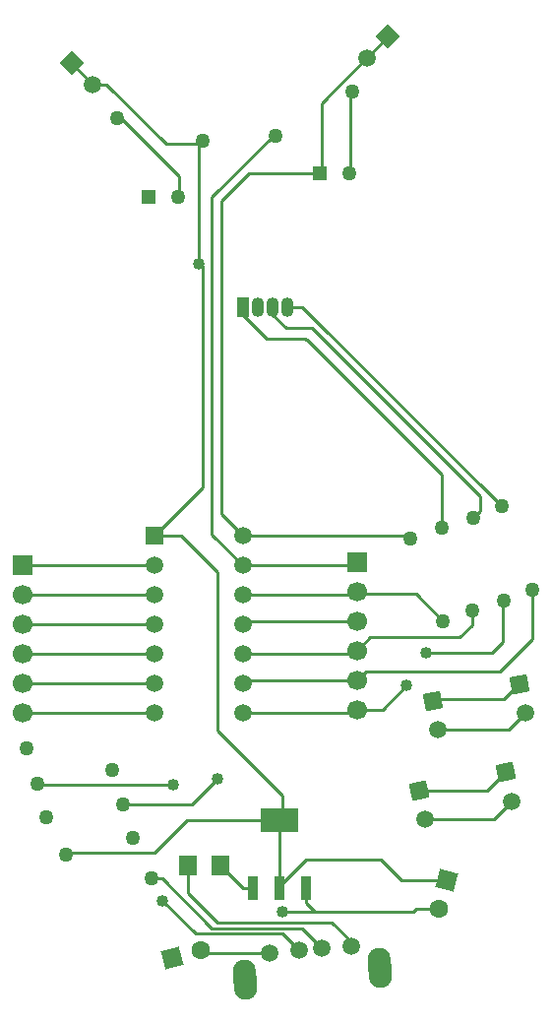
<source format=gbr>
G04 DipTrace 3.0.0.2*
G04 Bottom.gbr*
%MOMM*%
G04 #@! TF.FileFunction,Copper,L2,Bot*
G04 #@! TF.Part,Single*
%AMOUTLINE0*5,1,4,0,0,2.26274,30.0*%
%AMOUTLINE3*5,1,4,0,0,2.26274,-30.0*%
%AMOUTLINE6*5,1,4,0,0,2.12132,-90.0*%
%AMOUTLINE9*5,1,4,0,0,2.12132,-180.0*%
%AMOUTLINE12*5,1,4,0,0,2.12132,-124.1361*%
%AMOUTLINE15*5,1,4,0,0,2.12132,-123.0183*%
%AMOUTLINE18*
4,1,16,
-0.93489,-0.82974,
-0.80049,-1.25401,
-0.49532,-1.57794,
-0.07983,-1.73739,
0.36371,-1.70077,
0.74743,-1.47533,
0.99533,-1.10573,
1.05832,-0.66517,
0.93489,0.82974,
0.80049,1.25401,
0.49532,1.57794,
0.07983,1.73739,
-0.36371,1.70077,
-0.74743,1.47533,
-0.99533,1.10573,
-1.05832,0.66517,
-0.93489,-0.82974,
0*%
G04 #@! TA.AperFunction,Conductor*
%ADD13C,0.254*%
G04 #@! TA.AperFunction,ComponentPad*
%ADD14C,1.6*%
%ADD15C,1.27*%
%ADD16R,1.27X1.27*%
%ADD17O,1.05X1.7*%
%ADD18R,1.05X1.7*%
%ADD19C,1.5*%
%ADD20R,1.7X1.7*%
%ADD21C,1.7*%
%ADD23R,0.95X2.15*%
%ADD24R,3.25X2.15*%
G04 #@! TA.AperFunction,ComponentPad*
%ADD25C,1.27*%
%ADD26R,1.6X1.8*%
G04 #@! TA.AperFunction,ComponentPad*
%ADD27C,1.5*%
%ADD28R,1.5X1.5*%
G04 #@! TA.AperFunction,ViaPad*
%ADD29C,1.016*%
G04 #@! TA.AperFunction,ComponentPad*
%ADD77OUTLINE0*%
%ADD80OUTLINE3*%
%ADD83OUTLINE6*%
%ADD86OUTLINE9*%
%ADD89OUTLINE12*%
%ADD92OUTLINE15*%
%ADD95OUTLINE18*%
%FSLAX35Y35*%
G04*
G71*
G90*
G75*
G01*
G04 Bottom*
%LPD*%
X3225560Y4868747D2*
D13*
X4179127D1*
X4208653Y4898273D1*
X3502744Y8557823D2*
Y8576681D1*
X2958710Y8032647D1*
Y5135597D1*
X3225560Y4868747D1*
X3538250Y2096020D2*
Y2676020D1*
Y2096020D2*
Y2111677D1*
X3765413Y2338840D1*
X4412313D1*
X4591641Y2159513D1*
X4974623D1*
X4905386Y3455327D2*
X5510110D1*
X5653729Y3598946D1*
X4794039Y2680738D2*
X5381247D1*
X5539438Y2838929D1*
X1753827Y9183069D2*
X1933433Y9003464D1*
X2051386D1*
X2564000Y8490850D1*
X2855561D1*
X2879718Y8515007D1*
X2847597D1*
Y7477080D1*
X2879717Y7444960D1*
Y5538903D1*
X2463560Y5122747D1*
X2847597Y7461207D2*
Y7477080D1*
X2463560Y5122747D2*
X2693943D1*
X3006330Y4810360D1*
Y3445253D1*
X3561897Y2889687D1*
Y2676020D1*
X3538250D1*
X2745043D1*
X2466637Y2397613D1*
X1720591D1*
X1704717Y2381739D1*
X4471873Y9412099D2*
X4292267Y9232494D1*
Y9236194D1*
X3899737Y8843663D1*
Y8250300D1*
X3885237Y8235800D1*
X3225560Y5122747D2*
X4632749D1*
X4661854Y5093642D1*
X2625370Y2984927D2*
X1464809D1*
X1456957Y2992779D1*
X3885237Y8235800D2*
X3272977D1*
X3038077Y8000900D1*
Y5310230D1*
X3225560Y5122747D1*
X3455606Y1535758D2*
X2884038D1*
X2863469Y1556327D1*
X3561897Y1889667D2*
X3840277D1*
X4688903D1*
X4713404Y1914167D1*
X4908883D1*
X3768250Y2096020D2*
Y1961693D1*
X3840277Y1889667D1*
X2143682Y8712227D2*
X2176983D1*
X2679337Y8209873D1*
Y8045497D1*
X2665323Y8031483D1*
X3225560Y4614747D2*
X4179127D1*
X4208653Y4644273D1*
Y4619880D1*
X4714704D1*
X4947413Y4387172D1*
X5605856Y3848393D2*
Y3854259D1*
X5466697Y3715100D1*
X4867838D1*
X4857513Y3704774D1*
X4208653Y4390273D2*
X3255087D1*
X3225560Y4360747D1*
X4741309Y2929205D2*
X5328517D1*
X5486708Y3087395D1*
X3006330Y3032547D2*
X2784105Y2810321D1*
X2196790D1*
X4162656Y8938823D2*
X4149210D1*
Y8245773D1*
X4139237Y8235800D1*
X2438730Y2177121D2*
X2528395D1*
X2958710Y1746807D1*
X3730061D1*
X3904080Y1572787D1*
X1332883Y4873297D2*
X2459010D1*
X2463560Y4868747D1*
X1332883Y4619297D2*
X2459010D1*
X2463560Y4614747D1*
X2530130Y1984907D2*
X2815850Y1699187D1*
X3561901D1*
X3704758Y1556330D1*
X3609400Y7090623D2*
X3736557D1*
X5452444Y5374736D1*
X3482400Y7090623D2*
Y7021457D1*
X3596280Y6907577D1*
X3817010D1*
X3850907Y6873680D1*
Y6876843D1*
X5265347Y5462403D1*
Y5333359D1*
X5211170Y5279183D1*
X3225560Y4106747D2*
X4179127D1*
X4208653Y4136273D1*
X5194376Y4477640D2*
Y4353786D1*
X5090270Y4249680D1*
X4322060D1*
X4208653Y4136273D1*
Y3882273D2*
X3255087D1*
X3225560Y3852747D1*
X5713063Y4658690D2*
Y4235880D1*
X5433420Y3956237D1*
X4282617D1*
X4208653Y3882273D1*
X3225560Y3598747D2*
X4179127D1*
X4208653Y3628273D1*
X4429430D1*
X4634727Y3833570D1*
X4800017Y4111933D2*
X5365593D1*
X5463407Y4209747D1*
Y4554754D1*
X5471790Y4563137D1*
X1332883Y3603297D2*
X2459010D1*
X2463560Y3598747D1*
X1332883Y3857297D2*
X2459010D1*
X2463560Y3852747D1*
X1332883Y4111297D2*
X2459010D1*
X2463560Y4106747D1*
Y4360747D2*
X1337433D1*
X1332883Y4365297D1*
X3228400Y7090623D2*
Y7016437D1*
X3429453Y6815383D1*
X3763267D1*
X3768250Y6810400D1*
X3772477D1*
X4933757Y5649120D1*
Y5193686D1*
X4153232Y1593359D2*
Y1631671D1*
X3990477Y1794427D1*
X3006330D1*
X2752357Y2048400D1*
Y2286500D1*
X3308250Y2096020D2*
X3222837D1*
X3032357Y2286500D1*
D29*
X2847597Y7461207D3*
X2625370Y2984927D3*
X3561897Y1889667D3*
X3006330Y3032547D3*
X2530130Y1984907D3*
X4634727Y3833570D3*
X4800017Y4111933D3*
D14*
X4908883Y1914167D3*
D77*
X4974623Y2159513D3*
D14*
X2863469Y1556327D3*
D80*
X2618124Y1490587D3*
D15*
X2665323Y8031483D3*
D16*
X2411323D3*
D15*
X4139237Y8235800D3*
D16*
X3885237D3*
D17*
X3609400Y7090623D3*
X3355400D3*
D18*
X3228400D3*
D17*
X3482400D3*
D83*
X1753827Y9183069D3*
D19*
X1933433Y9003464D3*
D86*
X4471873Y9412099D3*
D19*
X4292267Y9232494D3*
D20*
X4208653Y4898273D3*
D21*
Y4644273D3*
Y4390273D3*
Y4136273D3*
Y3882273D3*
Y3628273D3*
D20*
X1332883Y4873297D3*
D21*
Y4619297D3*
Y4365297D3*
Y4111297D3*
Y3857297D3*
Y3603297D3*
D23*
X3768250Y2096020D3*
X3538250D3*
X3308250D3*
D24*
X3538250Y2676020D3*
D15*
X2879718Y8515007D3*
D25*
X2143682Y8712227D3*
D15*
X3502744Y8557823D3*
D25*
X4162656Y8938823D3*
D15*
X2196790Y2810321D3*
D25*
X1456957Y2992779D3*
D15*
X4661854Y5093642D3*
D25*
X4947413Y4387172D3*
D15*
X1704717Y2381739D3*
D25*
X2438730Y2177121D3*
D15*
X2276158Y2524599D3*
D25*
X1535522Y2703768D3*
D15*
X2101550Y3111912D3*
D25*
X1362317Y3296788D3*
D26*
X2752357Y2286500D3*
X3032357D3*
D89*
X4857513Y3704774D3*
D27*
X4905386Y3455327D3*
X5653729Y3598946D3*
D89*
X5605856Y3848393D3*
D92*
X4741309Y2929205D3*
D27*
X4794039Y2680738D3*
X5539438Y2838929D3*
D92*
X5486708Y3087395D3*
D28*
X2463560Y5122747D3*
D19*
Y4868747D3*
Y4614747D3*
Y4360747D3*
Y4106747D3*
Y3852747D3*
Y3598747D3*
X3225560D3*
Y3852747D3*
Y4106747D3*
Y4360747D3*
Y4614747D3*
Y4868747D3*
Y5122747D3*
D15*
X5452444Y5374736D3*
D25*
X5713063Y4658690D3*
D15*
X5211170Y5279183D3*
D25*
X5471790Y4563137D3*
D15*
X4933757Y5193686D3*
D25*
X5194376Y4477640D3*
D19*
X3704758Y1556330D3*
X3904080Y1572787D3*
X4153232Y1593359D3*
X3455606Y1535758D3*
D95*
X3238684Y1307132D3*
X4404716Y1403409D3*
M02*

</source>
